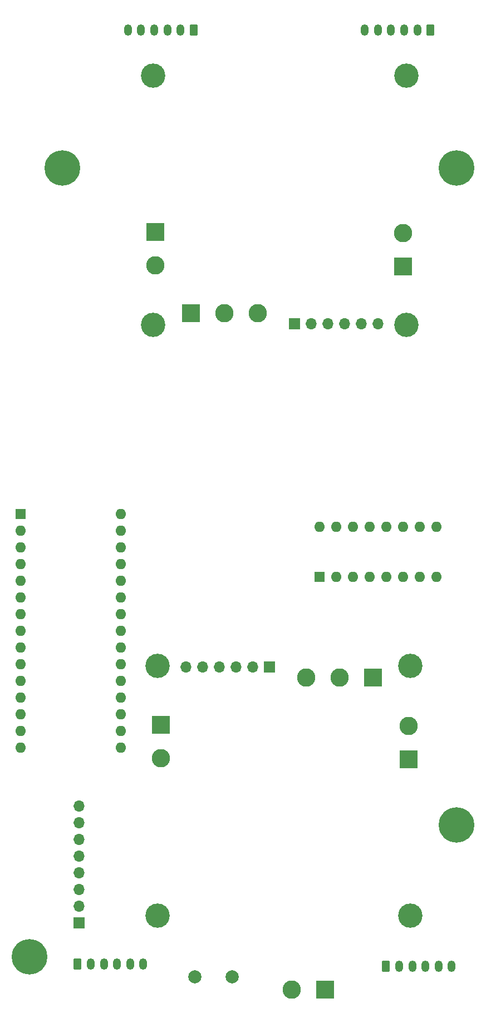
<source format=gbr>
%TF.GenerationSoftware,KiCad,Pcbnew,8.0.6*%
%TF.CreationDate,2025-02-17T21:26:12+00:00*%
%TF.ProjectId,NORMMotorControlBoard,4e4f524d-4d6f-4746-9f72-436f6e74726f,rev?*%
%TF.SameCoordinates,Original*%
%TF.FileFunction,Soldermask,Bot*%
%TF.FilePolarity,Negative*%
%FSLAX46Y46*%
G04 Gerber Fmt 4.6, Leading zero omitted, Abs format (unit mm)*
G04 Created by KiCad (PCBNEW 8.0.6) date 2025-02-17 21:26:12*
%MOMM*%
%LPD*%
G01*
G04 APERTURE LIST*
G04 Aperture macros list*
%AMRoundRect*
0 Rectangle with rounded corners*
0 $1 Rounding radius*
0 $2 $3 $4 $5 $6 $7 $8 $9 X,Y pos of 4 corners*
0 Add a 4 corners polygon primitive as box body*
4,1,4,$2,$3,$4,$5,$6,$7,$8,$9,$2,$3,0*
0 Add four circle primitives for the rounded corners*
1,1,$1+$1,$2,$3*
1,1,$1+$1,$4,$5*
1,1,$1+$1,$6,$7*
1,1,$1+$1,$8,$9*
0 Add four rect primitives between the rounded corners*
20,1,$1+$1,$2,$3,$4,$5,0*
20,1,$1+$1,$4,$5,$6,$7,0*
20,1,$1+$1,$6,$7,$8,$9,0*
20,1,$1+$1,$8,$9,$2,$3,0*%
G04 Aperture macros list end*
%ADD10RoundRect,0.250000X-0.350000X-0.625000X0.350000X-0.625000X0.350000X0.625000X-0.350000X0.625000X0*%
%ADD11O,1.200000X1.750000*%
%ADD12R,2.800000X2.800000*%
%ADD13C,2.800000*%
%ADD14RoundRect,0.250000X0.350000X0.625000X-0.350000X0.625000X-0.350000X-0.625000X0.350000X-0.625000X0*%
%ADD15C,5.400000*%
%ADD16C,3.700000*%
%ADD17R,1.700000X1.700000*%
%ADD18O,1.700000X1.700000*%
%ADD19R,1.600000X1.600000*%
%ADD20O,1.600000X1.600000*%
%ADD21C,2.000000*%
G04 APERTURE END LIST*
D10*
%TO.C,J3*%
X227337565Y-281120640D03*
D11*
X229337565Y-281120640D03*
X231337565Y-281120640D03*
X233337565Y-281120640D03*
X235337565Y-281120640D03*
X237337565Y-281120640D03*
%TD*%
D12*
%TO.C,J5*%
X265000000Y-285000000D03*
D13*
X259920000Y-285000000D03*
%TD*%
D14*
%TO.C,J1*%
X245000000Y-139000000D03*
D11*
X243000000Y-139000000D03*
X241000000Y-139000000D03*
X239000000Y-139000000D03*
X237000000Y-139000000D03*
X235000000Y-139000000D03*
%TD*%
D15*
%TO.C,H1*%
X225000000Y-160000000D03*
%TD*%
D12*
%TO.C,U2*%
X277663293Y-249938641D03*
D13*
X277663293Y-244858641D03*
D12*
X272250680Y-237568126D03*
D16*
X277960680Y-273783126D03*
X277960680Y-235783126D03*
D13*
X267170680Y-237568126D03*
D16*
X239460680Y-273783126D03*
X239460680Y-235783126D03*
D13*
X262090680Y-237568126D03*
D17*
X256517921Y-235959569D03*
D18*
X253977921Y-235959569D03*
X251437921Y-235959569D03*
X248897921Y-235959569D03*
X246357921Y-235959569D03*
X243817921Y-235959569D03*
D12*
X239995680Y-244733126D03*
D13*
X239995680Y-249813126D03*
%TD*%
D19*
%TO.C,U3*%
X264175000Y-222240000D03*
D20*
X266715000Y-222240000D03*
X269255000Y-222240000D03*
X271795000Y-222240000D03*
X274335000Y-222240000D03*
X276875000Y-222240000D03*
X279415000Y-222240000D03*
X281955000Y-222240000D03*
X281955000Y-214620000D03*
X279415000Y-214620000D03*
X276875000Y-214620000D03*
X274335000Y-214620000D03*
X271795000Y-214620000D03*
X269255000Y-214620000D03*
X266715000Y-214620000D03*
X264175000Y-214620000D03*
%TD*%
D15*
%TO.C,H2*%
X285000000Y-160000000D03*
%TD*%
%TO.C,H3*%
X220000000Y-280000000D03*
%TD*%
D19*
%TO.C,A1*%
X218690000Y-212650000D03*
D20*
X218690000Y-215190000D03*
X218690000Y-217730000D03*
X218690000Y-220270000D03*
X218690000Y-222810000D03*
X218690000Y-225350000D03*
X218690000Y-227890000D03*
X218690000Y-230430000D03*
X218690000Y-232970000D03*
X218690000Y-235510000D03*
X218690000Y-238050000D03*
X218690000Y-240590000D03*
X218690000Y-243130000D03*
X218690000Y-245670000D03*
X218690000Y-248210000D03*
X233930000Y-248210000D03*
X233930000Y-245670000D03*
X233930000Y-243130000D03*
X233930000Y-240590000D03*
X233930000Y-238050000D03*
X233930000Y-235510000D03*
X233930000Y-232970000D03*
X233930000Y-230430000D03*
X233930000Y-227890000D03*
X233930000Y-225350000D03*
X233930000Y-222810000D03*
X233930000Y-220270000D03*
X233930000Y-217730000D03*
X233930000Y-215190000D03*
X233930000Y-212650000D03*
%TD*%
D10*
%TO.C,J4*%
X274245064Y-281505674D03*
D11*
X276245064Y-281505674D03*
X278245064Y-281505674D03*
X280245064Y-281505674D03*
X282245064Y-281505674D03*
X284245064Y-281505674D03*
%TD*%
D21*
%TO.C,SW1*%
X245211741Y-283096595D03*
X250861741Y-283096595D03*
%TD*%
D15*
%TO.C,H4*%
X285000000Y-260000000D03*
%TD*%
D17*
%TO.C,J6*%
X227584000Y-274828000D03*
D18*
X227584000Y-272288000D03*
X227584000Y-269748000D03*
X227584000Y-267208000D03*
X227584000Y-264668000D03*
X227584000Y-262128000D03*
X227584000Y-259588000D03*
X227584000Y-257048000D03*
%TD*%
D14*
%TO.C,J2*%
X281000000Y-139000000D03*
D11*
X279000000Y-139000000D03*
X277000000Y-139000000D03*
X275000000Y-139000000D03*
X273000000Y-139000000D03*
X271000000Y-139000000D03*
%TD*%
D12*
%TO.C,U1*%
X239154568Y-169724018D03*
D13*
X239154568Y-174804018D03*
D12*
X244567181Y-182094533D03*
D16*
X238857181Y-145879533D03*
X238857181Y-183879533D03*
D13*
X249647181Y-182094533D03*
D16*
X277357181Y-145879533D03*
X277357181Y-183879533D03*
D13*
X254727181Y-182094533D03*
D17*
X260299940Y-183703090D03*
D18*
X262839940Y-183703090D03*
X265379940Y-183703090D03*
X267919940Y-183703090D03*
X270459940Y-183703090D03*
X272999940Y-183703090D03*
D12*
X276822181Y-174929533D03*
D13*
X276822181Y-169849533D03*
%TD*%
M02*

</source>
